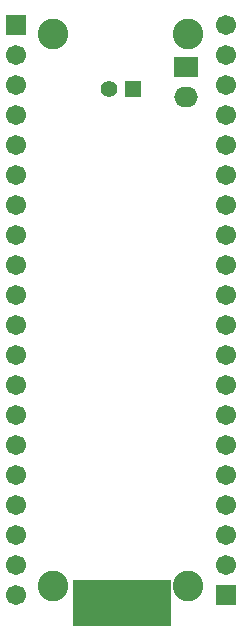
<source format=gbs>
G04*
G04 #@! TF.GenerationSoftware,Altium Limited,Altium Designer,24.1.2 (44)*
G04*
G04 Layer_Color=16711935*
%FSLAX23Y23*%
%MOIN*%
G70*
G04*
G04 #@! TF.SameCoordinates,1E542CD3-69C3-4CFC-80F9-717F5B153BB9*
G04*
G04*
G04 #@! TF.FilePolarity,Negative*
G04*
G01*
G75*
%ADD46R,0.055X0.055*%
%ADD59C,0.055*%
%ADD60O,0.079X0.067*%
%ADD61R,0.079X0.067*%
%ADD62C,0.067*%
%ADD63R,0.067X0.067*%
%ADD64C,0.102*%
%ADD85R,0.328X0.158*%
D46*
X531Y1789D02*
D03*
D59*
X453D02*
D03*
D60*
X709Y1761D02*
D03*
D61*
Y1861D02*
D03*
D62*
X142Y1602D02*
D03*
Y1802D02*
D03*
Y1902D02*
D03*
Y1702D02*
D03*
Y1202D02*
D03*
Y1402D02*
D03*
Y1502D02*
D03*
Y1302D02*
D03*
Y902D02*
D03*
Y1102D02*
D03*
Y1002D02*
D03*
Y502D02*
D03*
Y702D02*
D03*
Y802D02*
D03*
Y602D02*
D03*
Y102D02*
D03*
Y302D02*
D03*
Y402D02*
D03*
Y202D02*
D03*
X842Y1902D02*
D03*
Y1702D02*
D03*
Y1802D02*
D03*
Y2002D02*
D03*
Y1502D02*
D03*
Y1302D02*
D03*
Y1402D02*
D03*
Y1602D02*
D03*
Y1102D02*
D03*
Y1002D02*
D03*
Y1202D02*
D03*
Y802D02*
D03*
Y602D02*
D03*
Y702D02*
D03*
Y902D02*
D03*
Y402D02*
D03*
Y202D02*
D03*
Y302D02*
D03*
Y502D02*
D03*
D63*
X142Y2002D02*
D03*
X842Y102D02*
D03*
D64*
X716Y1973D02*
D03*
X267D02*
D03*
X716Y131D02*
D03*
X267D02*
D03*
D85*
X496Y75D02*
D03*
M02*

</source>
